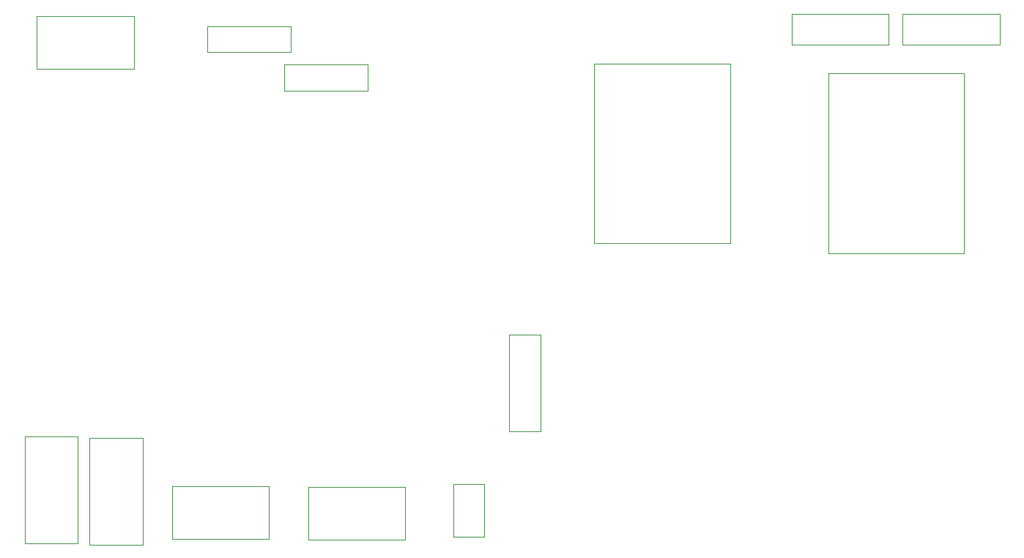
<source format=gbr>
%TF.GenerationSoftware,KiCad,Pcbnew,5.1.9-73d0e3b20d~88~ubuntu20.04.1*%
%TF.CreationDate,2021-04-09T21:21:23+02:00*%
%TF.ProjectId,RBY_tireuse,5242595f-7469-4726-9575-73652e6b6963,rev?*%
%TF.SameCoordinates,Original*%
%TF.FileFunction,Other,User*%
%FSLAX46Y46*%
G04 Gerber Fmt 4.6, Leading zero omitted, Abs format (unit mm)*
G04 Created by KiCad (PCBNEW 5.1.9-73d0e3b20d~88~ubuntu20.04.1) date 2021-04-09 21:21:23*
%MOMM*%
%LPD*%
G01*
G04 APERTURE LIST*
%ADD10C,0.050000*%
G04 APERTURE END LIST*
D10*
%TO.C,J7*%
X100435000Y-118088000D02*
X100435000Y-124238000D01*
X100435000Y-124238000D02*
X104035000Y-124238000D01*
X104035000Y-124238000D02*
X104035000Y-118088000D01*
X104035000Y-118088000D02*
X100435000Y-118088000D01*
%TO.C,J6*%
X110512000Y-100816000D02*
X106912000Y-100816000D01*
X110512000Y-112016000D02*
X110512000Y-100816000D01*
X106912000Y-112016000D02*
X110512000Y-112016000D01*
X106912000Y-100816000D02*
X106912000Y-112016000D01*
%TO.C,U2*%
X159508000Y-70616000D02*
X159508000Y-91436000D01*
X143768000Y-70616000D02*
X159508000Y-70616000D01*
X143768000Y-91436000D02*
X159508000Y-91436000D01*
X143768000Y-70616000D02*
X143768000Y-91436000D01*
%TO.C,U1*%
X132457000Y-69473000D02*
X132457000Y-90293000D01*
X116717000Y-69473000D02*
X132457000Y-69473000D01*
X116717000Y-90293000D02*
X132457000Y-90293000D01*
X116717000Y-69473000D02*
X116717000Y-90293000D01*
%TO.C,R2*%
X80865000Y-72620000D02*
X90585000Y-72620000D01*
X80865000Y-69620000D02*
X80865000Y-72620000D01*
X90585000Y-69620000D02*
X80865000Y-69620000D01*
X90585000Y-72620000D02*
X90585000Y-69620000D01*
%TO.C,R1*%
X71975000Y-68175000D02*
X81695000Y-68175000D01*
X71975000Y-65175000D02*
X71975000Y-68175000D01*
X81695000Y-65175000D02*
X71975000Y-65175000D01*
X81695000Y-68175000D02*
X81695000Y-65175000D01*
%TO.C,J9*%
X64538000Y-125104000D02*
X64538000Y-112754000D01*
X58388000Y-125104000D02*
X64538000Y-125104000D01*
X58388000Y-112754000D02*
X58388000Y-125104000D01*
X64538000Y-112754000D02*
X58388000Y-112754000D01*
%TO.C,J8*%
X57045000Y-124977000D02*
X57045000Y-112627000D01*
X50895000Y-124977000D02*
X57045000Y-124977000D01*
X50895000Y-112627000D02*
X50895000Y-124977000D01*
X57045000Y-112627000D02*
X50895000Y-112627000D01*
%TO.C,J5*%
X152398000Y-63732000D02*
X163598000Y-63732000D01*
X152398000Y-67282000D02*
X152398000Y-63732000D01*
X163598000Y-67282000D02*
X152398000Y-67282000D01*
X163598000Y-63732000D02*
X163598000Y-67282000D01*
%TO.C,J4*%
X139571000Y-63732000D02*
X150771000Y-63732000D01*
X139571000Y-67282000D02*
X139571000Y-63732000D01*
X150771000Y-67282000D02*
X139571000Y-67282000D01*
X150771000Y-63732000D02*
X150771000Y-67282000D01*
%TO.C,J3*%
X67943000Y-118342000D02*
X79143000Y-118342000D01*
X67943000Y-124442000D02*
X67943000Y-118342000D01*
X79143000Y-124442000D02*
X67943000Y-124442000D01*
X79143000Y-118342000D02*
X79143000Y-124442000D01*
%TO.C,J2*%
X83691000Y-118469000D02*
X94891000Y-118469000D01*
X83691000Y-124569000D02*
X83691000Y-118469000D01*
X94891000Y-124569000D02*
X83691000Y-124569000D01*
X94891000Y-118469000D02*
X94891000Y-124569000D01*
%TO.C,J1*%
X52322000Y-63986000D02*
X63522000Y-63986000D01*
X52322000Y-70086000D02*
X52322000Y-63986000D01*
X63522000Y-70086000D02*
X52322000Y-70086000D01*
X63522000Y-63986000D02*
X63522000Y-70086000D01*
%TD*%
M02*

</source>
